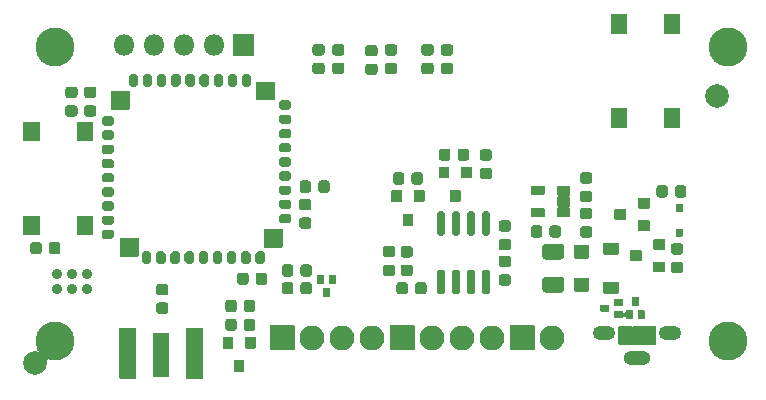
<source format=gbr>
G04 #@! TF.GenerationSoftware,KiCad,Pcbnew,5.99.0-unknown-acdfeee~88~ubuntu18.04.1*
G04 #@! TF.CreationDate,2020-05-13T21:49:14+03:00*
G04 #@! TF.ProjectId,LoRaNode,4c6f5261-4e6f-4646-952e-6b696361645f,1.1*
G04 #@! TF.SameCoordinates,Original*
G04 #@! TF.FileFunction,Soldermask,Top*
G04 #@! TF.FilePolarity,Negative*
%FSLAX46Y46*%
G04 Gerber Fmt 4.6, Leading zero omitted, Abs format (unit mm)*
G04 Created by KiCad (PCBNEW 5.99.0-unknown-acdfeee~88~ubuntu18.04.1) date 2020-05-13 21:49:14*
%MOMM*%
%LPD*%
G01*
G04 APERTURE LIST*
%ADD10O,1.802000X1.802000*%
%ADD11O,2.100980X2.100980*%
%ADD12O,1.902000X1.202000*%
%ADD13O,2.302000X1.202000*%
%ADD14C,2.000000*%
%ADD15C,3.302000*%
%ADD16C,0.889400*%
G04 APERTURE END LIST*
G36*
G01*
X103130000Y-113899000D02*
X104830000Y-113899000D01*
G75*
G02*
X104881000Y-113950000I0J-51000D01*
G01*
X104881000Y-115650000D01*
G75*
G02*
X104830000Y-115701000I-51000J0D01*
G01*
X103130000Y-115701000D01*
G75*
G02*
X103079000Y-115650000I0J51000D01*
G01*
X103079000Y-113950000D01*
G75*
G02*
X103130000Y-113899000I51000J0D01*
G01*
G37*
D10*
X101440000Y-114800000D03*
X98900000Y-114800000D03*
X96360000Y-114800000D03*
X93820000Y-114800000D03*
D11*
X130120000Y-139600000D03*
G36*
G01*
X126529510Y-140599490D02*
X126529510Y-138600510D01*
G75*
G02*
X126580510Y-138549510I51000J0D01*
G01*
X128579490Y-138549510D01*
G75*
G02*
X128630490Y-138600510I0J-51000D01*
G01*
X128630490Y-140599490D01*
G75*
G02*
X128579490Y-140650490I-51000J0D01*
G01*
X126580510Y-140650490D01*
G75*
G02*
X126529510Y-140599490I0J51000D01*
G01*
G37*
G36*
G01*
X96818250Y-136599000D02*
X97381750Y-136599000D01*
G75*
G02*
X97626000Y-136843250I0J-244250D01*
G01*
X97626000Y-137331750D01*
G75*
G02*
X97381750Y-137576000I-244250J0D01*
G01*
X96818250Y-137576000D01*
G75*
G02*
X96574000Y-137331750I0J244250D01*
G01*
X96574000Y-136843250D01*
G75*
G02*
X96818250Y-136599000I244250J0D01*
G01*
G37*
G36*
G01*
X96818250Y-135024000D02*
X97381750Y-135024000D01*
G75*
G02*
X97626000Y-135268250I0J-244250D01*
G01*
X97626000Y-135756750D01*
G75*
G02*
X97381750Y-136001000I-244250J0D01*
G01*
X96818250Y-136001000D01*
G75*
G02*
X96574000Y-135756750I0J244250D01*
G01*
X96574000Y-135268250D01*
G75*
G02*
X96818250Y-135024000I244250J0D01*
G01*
G37*
X125040000Y-139600000D03*
G36*
G01*
X118470490Y-138600510D02*
X118470490Y-140599490D01*
G75*
G02*
X118419490Y-140650490I-51000J0D01*
G01*
X116420510Y-140650490D01*
G75*
G02*
X116369510Y-140599490I0J51000D01*
G01*
X116369510Y-138600510D01*
G75*
G02*
X116420510Y-138549510I51000J0D01*
G01*
X118419490Y-138549510D01*
G75*
G02*
X118470490Y-138600510I0J-51000D01*
G01*
G37*
X119960000Y-139600000D03*
X122500000Y-139600000D03*
X114880000Y-139600000D03*
G36*
G01*
X108310490Y-138600510D02*
X108310490Y-140599490D01*
G75*
G02*
X108259490Y-140650490I-51000J0D01*
G01*
X106260510Y-140650490D01*
G75*
G02*
X106209510Y-140599490I0J51000D01*
G01*
X106209510Y-138600510D01*
G75*
G02*
X106260510Y-138549510I51000J0D01*
G01*
X108259490Y-138549510D01*
G75*
G02*
X108310490Y-138600510I0J-51000D01*
G01*
G37*
X109800000Y-139600000D03*
X112340000Y-139600000D03*
G36*
G01*
X93026000Y-121039500D02*
X93026000Y-121440500D01*
G75*
G02*
X92825500Y-121641000I-200500J0D01*
G01*
X92174500Y-121641000D01*
G75*
G02*
X91974000Y-121440500I0J200500D01*
G01*
X91974000Y-121039500D01*
G75*
G02*
X92174500Y-120839000I200500J0D01*
G01*
X92825500Y-120839000D01*
G75*
G02*
X93026000Y-121039500I0J-200500D01*
G01*
G37*
G36*
G01*
X93026000Y-122239500D02*
X93026000Y-122640500D01*
G75*
G02*
X92825500Y-122841000I-200500J0D01*
G01*
X92174500Y-122841000D01*
G75*
G02*
X91974000Y-122640500I0J200500D01*
G01*
X91974000Y-122239500D01*
G75*
G02*
X92174500Y-122039000I200500J0D01*
G01*
X92825500Y-122039000D01*
G75*
G02*
X93026000Y-122239500I0J-200500D01*
G01*
G37*
G36*
G01*
X93026000Y-123439500D02*
X93026000Y-123840500D01*
G75*
G02*
X92825500Y-124041000I-200500J0D01*
G01*
X92174500Y-124041000D01*
G75*
G02*
X91974000Y-123840500I0J200500D01*
G01*
X91974000Y-123439500D01*
G75*
G02*
X92174500Y-123239000I200500J0D01*
G01*
X92825500Y-123239000D01*
G75*
G02*
X93026000Y-123439500I0J-200500D01*
G01*
G37*
G36*
G01*
X93026000Y-124639500D02*
X93026000Y-125040500D01*
G75*
G02*
X92825500Y-125241000I-200500J0D01*
G01*
X92174500Y-125241000D01*
G75*
G02*
X91974000Y-125040500I0J200500D01*
G01*
X91974000Y-124639500D01*
G75*
G02*
X92174500Y-124439000I200500J0D01*
G01*
X92825500Y-124439000D01*
G75*
G02*
X93026000Y-124639500I0J-200500D01*
G01*
G37*
G36*
G01*
X93026000Y-125839500D02*
X93026000Y-126240500D01*
G75*
G02*
X92825500Y-126441000I-200500J0D01*
G01*
X92174500Y-126441000D01*
G75*
G02*
X91974000Y-126240500I0J200500D01*
G01*
X91974000Y-125839500D01*
G75*
G02*
X92174500Y-125639000I200500J0D01*
G01*
X92825500Y-125639000D01*
G75*
G02*
X93026000Y-125839500I0J-200500D01*
G01*
G37*
G36*
G01*
X93026000Y-127039500D02*
X93026000Y-127440500D01*
G75*
G02*
X92825500Y-127641000I-200500J0D01*
G01*
X92174500Y-127641000D01*
G75*
G02*
X91974000Y-127440500I0J200500D01*
G01*
X91974000Y-127039500D01*
G75*
G02*
X92174500Y-126839000I200500J0D01*
G01*
X92825500Y-126839000D01*
G75*
G02*
X93026000Y-127039500I0J-200500D01*
G01*
G37*
G36*
G01*
X93026000Y-128239500D02*
X93026000Y-128640500D01*
G75*
G02*
X92825500Y-128841000I-200500J0D01*
G01*
X92174500Y-128841000D01*
G75*
G02*
X91974000Y-128640500I0J200500D01*
G01*
X91974000Y-128239500D01*
G75*
G02*
X92174500Y-128039000I200500J0D01*
G01*
X92825500Y-128039000D01*
G75*
G02*
X93026000Y-128239500I0J-200500D01*
G01*
G37*
G36*
G01*
X93026000Y-129439500D02*
X93026000Y-129840500D01*
G75*
G02*
X92825500Y-130041000I-200500J0D01*
G01*
X92174500Y-130041000D01*
G75*
G02*
X91974000Y-129840500I0J200500D01*
G01*
X91974000Y-129439500D01*
G75*
G02*
X92174500Y-129239000I200500J0D01*
G01*
X92825500Y-129239000D01*
G75*
G02*
X93026000Y-129439500I0J-200500D01*
G01*
G37*
G36*
G01*
X93026000Y-130639500D02*
X93026000Y-131040500D01*
G75*
G02*
X92825500Y-131241000I-200500J0D01*
G01*
X92174500Y-131241000D01*
G75*
G02*
X91974000Y-131040500I0J200500D01*
G01*
X91974000Y-130639500D01*
G75*
G02*
X92174500Y-130439000I200500J0D01*
G01*
X92825500Y-130439000D01*
G75*
G02*
X93026000Y-130639500I0J-200500D01*
G01*
G37*
G36*
G01*
X104049500Y-117274000D02*
X104450500Y-117274000D01*
G75*
G02*
X104651000Y-117474500I0J-200500D01*
G01*
X104651000Y-118125500D01*
G75*
G02*
X104450500Y-118326000I-200500J0D01*
G01*
X104049500Y-118326000D01*
G75*
G02*
X103849000Y-118125500I0J200500D01*
G01*
X103849000Y-117474500D01*
G75*
G02*
X104049500Y-117274000I200500J0D01*
G01*
G37*
G36*
G01*
X102849500Y-117274000D02*
X103250500Y-117274000D01*
G75*
G02*
X103451000Y-117474500I0J-200500D01*
G01*
X103451000Y-118125500D01*
G75*
G02*
X103250500Y-118326000I-200500J0D01*
G01*
X102849500Y-118326000D01*
G75*
G02*
X102649000Y-118125500I0J200500D01*
G01*
X102649000Y-117474500D01*
G75*
G02*
X102849500Y-117274000I200500J0D01*
G01*
G37*
G36*
G01*
X101649500Y-117274000D02*
X102050500Y-117274000D01*
G75*
G02*
X102251000Y-117474500I0J-200500D01*
G01*
X102251000Y-118125500D01*
G75*
G02*
X102050500Y-118326000I-200500J0D01*
G01*
X101649500Y-118326000D01*
G75*
G02*
X101449000Y-118125500I0J200500D01*
G01*
X101449000Y-117474500D01*
G75*
G02*
X101649500Y-117274000I200500J0D01*
G01*
G37*
G36*
G01*
X100449500Y-117274000D02*
X100850500Y-117274000D01*
G75*
G02*
X101051000Y-117474500I0J-200500D01*
G01*
X101051000Y-118125500D01*
G75*
G02*
X100850500Y-118326000I-200500J0D01*
G01*
X100449500Y-118326000D01*
G75*
G02*
X100249000Y-118125500I0J200500D01*
G01*
X100249000Y-117474500D01*
G75*
G02*
X100449500Y-117274000I200500J0D01*
G01*
G37*
G36*
G01*
X99249500Y-117274000D02*
X99650500Y-117274000D01*
G75*
G02*
X99851000Y-117474500I0J-200500D01*
G01*
X99851000Y-118125500D01*
G75*
G02*
X99650500Y-118326000I-200500J0D01*
G01*
X99249500Y-118326000D01*
G75*
G02*
X99049000Y-118125500I0J200500D01*
G01*
X99049000Y-117474500D01*
G75*
G02*
X99249500Y-117274000I200500J0D01*
G01*
G37*
G36*
G01*
X98049500Y-117274000D02*
X98450500Y-117274000D01*
G75*
G02*
X98651000Y-117474500I0J-200500D01*
G01*
X98651000Y-118125500D01*
G75*
G02*
X98450500Y-118326000I-200500J0D01*
G01*
X98049500Y-118326000D01*
G75*
G02*
X97849000Y-118125500I0J200500D01*
G01*
X97849000Y-117474500D01*
G75*
G02*
X98049500Y-117274000I200500J0D01*
G01*
G37*
G36*
G01*
X96849500Y-117274000D02*
X97250500Y-117274000D01*
G75*
G02*
X97451000Y-117474500I0J-200500D01*
G01*
X97451000Y-118125500D01*
G75*
G02*
X97250500Y-118326000I-200500J0D01*
G01*
X96849500Y-118326000D01*
G75*
G02*
X96649000Y-118125500I0J200500D01*
G01*
X96649000Y-117474500D01*
G75*
G02*
X96849500Y-117274000I200500J0D01*
G01*
G37*
G36*
G01*
X95649500Y-117274000D02*
X96050500Y-117274000D01*
G75*
G02*
X96251000Y-117474500I0J-200500D01*
G01*
X96251000Y-118125500D01*
G75*
G02*
X96050500Y-118326000I-200500J0D01*
G01*
X95649500Y-118326000D01*
G75*
G02*
X95449000Y-118125500I0J200500D01*
G01*
X95449000Y-117474500D01*
G75*
G02*
X95649500Y-117274000I200500J0D01*
G01*
G37*
G36*
G01*
X94449500Y-117274000D02*
X94850500Y-117274000D01*
G75*
G02*
X95051000Y-117474500I0J-200500D01*
G01*
X95051000Y-118125500D01*
G75*
G02*
X94850500Y-118326000I-200500J0D01*
G01*
X94449500Y-118326000D01*
G75*
G02*
X94249000Y-118125500I0J200500D01*
G01*
X94249000Y-117474500D01*
G75*
G02*
X94449500Y-117274000I200500J0D01*
G01*
G37*
G36*
G01*
X108026000Y-119699500D02*
X108026000Y-120100500D01*
G75*
G02*
X107825500Y-120301000I-200500J0D01*
G01*
X107174500Y-120301000D01*
G75*
G02*
X106974000Y-120100500I0J200500D01*
G01*
X106974000Y-119699500D01*
G75*
G02*
X107174500Y-119499000I200500J0D01*
G01*
X107825500Y-119499000D01*
G75*
G02*
X108026000Y-119699500I0J-200500D01*
G01*
G37*
G36*
G01*
X108026000Y-120899500D02*
X108026000Y-121300500D01*
G75*
G02*
X107825500Y-121501000I-200500J0D01*
G01*
X107174500Y-121501000D01*
G75*
G02*
X106974000Y-121300500I0J200500D01*
G01*
X106974000Y-120899500D01*
G75*
G02*
X107174500Y-120699000I200500J0D01*
G01*
X107825500Y-120699000D01*
G75*
G02*
X108026000Y-120899500I0J-200500D01*
G01*
G37*
G36*
G01*
X108026000Y-122099500D02*
X108026000Y-122500500D01*
G75*
G02*
X107825500Y-122701000I-200500J0D01*
G01*
X107174500Y-122701000D01*
G75*
G02*
X106974000Y-122500500I0J200500D01*
G01*
X106974000Y-122099500D01*
G75*
G02*
X107174500Y-121899000I200500J0D01*
G01*
X107825500Y-121899000D01*
G75*
G02*
X108026000Y-122099500I0J-200500D01*
G01*
G37*
G36*
G01*
X108026000Y-123299500D02*
X108026000Y-123700500D01*
G75*
G02*
X107825500Y-123901000I-200500J0D01*
G01*
X107174500Y-123901000D01*
G75*
G02*
X106974000Y-123700500I0J200500D01*
G01*
X106974000Y-123299500D01*
G75*
G02*
X107174500Y-123099000I200500J0D01*
G01*
X107825500Y-123099000D01*
G75*
G02*
X108026000Y-123299500I0J-200500D01*
G01*
G37*
G36*
G01*
X108026000Y-124499500D02*
X108026000Y-124900500D01*
G75*
G02*
X107825500Y-125101000I-200500J0D01*
G01*
X107174500Y-125101000D01*
G75*
G02*
X106974000Y-124900500I0J200500D01*
G01*
X106974000Y-124499500D01*
G75*
G02*
X107174500Y-124299000I200500J0D01*
G01*
X107825500Y-124299000D01*
G75*
G02*
X108026000Y-124499500I0J-200500D01*
G01*
G37*
G36*
G01*
X108026000Y-125699500D02*
X108026000Y-126100500D01*
G75*
G02*
X107825500Y-126301000I-200500J0D01*
G01*
X107174500Y-126301000D01*
G75*
G02*
X106974000Y-126100500I0J200500D01*
G01*
X106974000Y-125699500D01*
G75*
G02*
X107174500Y-125499000I200500J0D01*
G01*
X107825500Y-125499000D01*
G75*
G02*
X108026000Y-125699500I0J-200500D01*
G01*
G37*
G36*
G01*
X108026000Y-126899500D02*
X108026000Y-127300500D01*
G75*
G02*
X107825500Y-127501000I-200500J0D01*
G01*
X107174500Y-127501000D01*
G75*
G02*
X106974000Y-127300500I0J200500D01*
G01*
X106974000Y-126899500D01*
G75*
G02*
X107174500Y-126699000I200500J0D01*
G01*
X107825500Y-126699000D01*
G75*
G02*
X108026000Y-126899500I0J-200500D01*
G01*
G37*
G36*
G01*
X108026000Y-128099500D02*
X108026000Y-128500500D01*
G75*
G02*
X107825500Y-128701000I-200500J0D01*
G01*
X107174500Y-128701000D01*
G75*
G02*
X106974000Y-128500500I0J200500D01*
G01*
X106974000Y-128099500D01*
G75*
G02*
X107174500Y-127899000I200500J0D01*
G01*
X107825500Y-127899000D01*
G75*
G02*
X108026000Y-128099500I0J-200500D01*
G01*
G37*
G36*
G01*
X108026000Y-129299500D02*
X108026000Y-129700500D01*
G75*
G02*
X107825500Y-129901000I-200500J0D01*
G01*
X107174500Y-129901000D01*
G75*
G02*
X106974000Y-129700500I0J200500D01*
G01*
X106974000Y-129299500D01*
G75*
G02*
X107174500Y-129099000I200500J0D01*
G01*
X107825500Y-129099000D01*
G75*
G02*
X108026000Y-129299500I0J-200500D01*
G01*
G37*
G36*
G01*
X105580500Y-133326000D02*
X105179500Y-133326000D01*
G75*
G02*
X104979000Y-133125500I0J200500D01*
G01*
X104979000Y-132474500D01*
G75*
G02*
X105179500Y-132274000I200500J0D01*
G01*
X105580500Y-132274000D01*
G75*
G02*
X105781000Y-132474500I0J-200500D01*
G01*
X105781000Y-133125500D01*
G75*
G02*
X105580500Y-133326000I-200500J0D01*
G01*
G37*
G36*
G01*
X104380500Y-133326000D02*
X103979500Y-133326000D01*
G75*
G02*
X103779000Y-133125500I0J200500D01*
G01*
X103779000Y-132474500D01*
G75*
G02*
X103979500Y-132274000I200500J0D01*
G01*
X104380500Y-132274000D01*
G75*
G02*
X104581000Y-132474500I0J-200500D01*
G01*
X104581000Y-133125500D01*
G75*
G02*
X104380500Y-133326000I-200500J0D01*
G01*
G37*
G36*
G01*
X103180500Y-133326000D02*
X102779500Y-133326000D01*
G75*
G02*
X102579000Y-133125500I0J200500D01*
G01*
X102579000Y-132474500D01*
G75*
G02*
X102779500Y-132274000I200500J0D01*
G01*
X103180500Y-132274000D01*
G75*
G02*
X103381000Y-132474500I0J-200500D01*
G01*
X103381000Y-133125500D01*
G75*
G02*
X103180500Y-133326000I-200500J0D01*
G01*
G37*
G36*
G01*
X101980500Y-133326000D02*
X101579500Y-133326000D01*
G75*
G02*
X101379000Y-133125500I0J200500D01*
G01*
X101379000Y-132474500D01*
G75*
G02*
X101579500Y-132274000I200500J0D01*
G01*
X101980500Y-132274000D01*
G75*
G02*
X102181000Y-132474500I0J-200500D01*
G01*
X102181000Y-133125500D01*
G75*
G02*
X101980500Y-133326000I-200500J0D01*
G01*
G37*
G36*
G01*
X100780500Y-133326000D02*
X100379500Y-133326000D01*
G75*
G02*
X100179000Y-133125500I0J200500D01*
G01*
X100179000Y-132474500D01*
G75*
G02*
X100379500Y-132274000I200500J0D01*
G01*
X100780500Y-132274000D01*
G75*
G02*
X100981000Y-132474500I0J-200500D01*
G01*
X100981000Y-133125500D01*
G75*
G02*
X100780500Y-133326000I-200500J0D01*
G01*
G37*
G36*
G01*
X99580500Y-133326000D02*
X99179500Y-133326000D01*
G75*
G02*
X98979000Y-133125500I0J200500D01*
G01*
X98979000Y-132474500D01*
G75*
G02*
X99179500Y-132274000I200500J0D01*
G01*
X99580500Y-132274000D01*
G75*
G02*
X99781000Y-132474500I0J-200500D01*
G01*
X99781000Y-133125500D01*
G75*
G02*
X99580500Y-133326000I-200500J0D01*
G01*
G37*
G36*
G01*
X98380500Y-133326000D02*
X97979500Y-133326000D01*
G75*
G02*
X97779000Y-133125500I0J200500D01*
G01*
X97779000Y-132474500D01*
G75*
G02*
X97979500Y-132274000I200500J0D01*
G01*
X98380500Y-132274000D01*
G75*
G02*
X98581000Y-132474500I0J-200500D01*
G01*
X98581000Y-133125500D01*
G75*
G02*
X98380500Y-133326000I-200500J0D01*
G01*
G37*
G36*
G01*
X97180500Y-133326000D02*
X96779500Y-133326000D01*
G75*
G02*
X96579000Y-133125500I0J200500D01*
G01*
X96579000Y-132474500D01*
G75*
G02*
X96779500Y-132274000I200500J0D01*
G01*
X97180500Y-132274000D01*
G75*
G02*
X97381000Y-132474500I0J-200500D01*
G01*
X97381000Y-133125500D01*
G75*
G02*
X97180500Y-133326000I-200500J0D01*
G01*
G37*
G36*
G01*
X95980500Y-133326000D02*
X95579500Y-133326000D01*
G75*
G02*
X95379000Y-133125500I0J200500D01*
G01*
X95379000Y-132474500D01*
G75*
G02*
X95579500Y-132274000I200500J0D01*
G01*
X95980500Y-132274000D01*
G75*
G02*
X96181000Y-132474500I0J-200500D01*
G01*
X96181000Y-133125500D01*
G75*
G02*
X95980500Y-133326000I-200500J0D01*
G01*
G37*
G36*
G01*
X107230000Y-131951000D02*
X105730000Y-131951000D01*
G75*
G02*
X105679000Y-131900000I0J51000D01*
G01*
X105679000Y-130400000D01*
G75*
G02*
X105730000Y-130349000I51000J0D01*
G01*
X107230000Y-130349000D01*
G75*
G02*
X107281000Y-130400000I0J-51000D01*
G01*
X107281000Y-131900000D01*
G75*
G02*
X107230000Y-131951000I-51000J0D01*
G01*
G37*
G36*
G01*
X106600000Y-119501000D02*
X105100000Y-119501000D01*
G75*
G02*
X105049000Y-119450000I0J51000D01*
G01*
X105049000Y-117950000D01*
G75*
G02*
X105100000Y-117899000I51000J0D01*
G01*
X106600000Y-117899000D01*
G75*
G02*
X106651000Y-117950000I0J-51000D01*
G01*
X106651000Y-119450000D01*
G75*
G02*
X106600000Y-119501000I-51000J0D01*
G01*
G37*
G36*
G01*
X94280000Y-120271000D02*
X92780000Y-120271000D01*
G75*
G02*
X92729000Y-120220000I0J51000D01*
G01*
X92729000Y-118720000D01*
G75*
G02*
X92780000Y-118669000I51000J0D01*
G01*
X94280000Y-118669000D01*
G75*
G02*
X94331000Y-118720000I0J-51000D01*
G01*
X94331000Y-120220000D01*
G75*
G02*
X94280000Y-120271000I-51000J0D01*
G01*
G37*
G36*
G01*
X95040000Y-132711000D02*
X93540000Y-132711000D01*
G75*
G02*
X93489000Y-132660000I0J51000D01*
G01*
X93489000Y-131160000D01*
G75*
G02*
X93540000Y-131109000I51000J0D01*
G01*
X95040000Y-131109000D01*
G75*
G02*
X95091000Y-131160000I0J-51000D01*
G01*
X95091000Y-132660000D01*
G75*
G02*
X95040000Y-132711000I-51000J0D01*
G01*
G37*
G36*
G01*
X137024000Y-140150000D02*
X137024000Y-138650000D01*
G75*
G02*
X137075000Y-138599000I51000J0D01*
G01*
X137525000Y-138599000D01*
G75*
G02*
X137576000Y-138650000I0J-51000D01*
G01*
X137576000Y-140150000D01*
G75*
G02*
X137525000Y-140201000I-51000J0D01*
G01*
X137075000Y-140201000D01*
G75*
G02*
X137024000Y-140150000I0J51000D01*
G01*
G37*
G36*
G01*
X137674000Y-140150000D02*
X137674000Y-138650000D01*
G75*
G02*
X137725000Y-138599000I51000J0D01*
G01*
X138175000Y-138599000D01*
G75*
G02*
X138226000Y-138650000I0J-51000D01*
G01*
X138226000Y-140150000D01*
G75*
G02*
X138175000Y-140201000I-51000J0D01*
G01*
X137725000Y-140201000D01*
G75*
G02*
X137674000Y-140150000I0J51000D01*
G01*
G37*
G36*
G01*
X136374000Y-140150000D02*
X136374000Y-138650000D01*
G75*
G02*
X136425000Y-138599000I51000J0D01*
G01*
X136875000Y-138599000D01*
G75*
G02*
X136926000Y-138650000I0J-51000D01*
G01*
X136926000Y-140150000D01*
G75*
G02*
X136875000Y-140201000I-51000J0D01*
G01*
X136425000Y-140201000D01*
G75*
G02*
X136374000Y-140150000I0J51000D01*
G01*
G37*
G36*
G01*
X138324000Y-140150000D02*
X138324000Y-138650000D01*
G75*
G02*
X138375000Y-138599000I51000J0D01*
G01*
X138825000Y-138599000D01*
G75*
G02*
X138876000Y-138650000I0J-51000D01*
G01*
X138876000Y-140150000D01*
G75*
G02*
X138825000Y-140201000I-51000J0D01*
G01*
X138375000Y-140201000D01*
G75*
G02*
X138324000Y-140150000I0J51000D01*
G01*
G37*
G36*
G01*
X135724000Y-140150000D02*
X135724000Y-138650000D01*
G75*
G02*
X135775000Y-138599000I51000J0D01*
G01*
X136225000Y-138599000D01*
G75*
G02*
X136276000Y-138650000I0J-51000D01*
G01*
X136276000Y-140150000D01*
G75*
G02*
X136225000Y-140201000I-51000J0D01*
G01*
X135775000Y-140201000D01*
G75*
G02*
X135724000Y-140150000I0J51000D01*
G01*
G37*
D12*
X134500000Y-139150000D03*
X140100000Y-139150000D03*
D13*
X137300000Y-141300000D03*
D14*
X86300000Y-141700000D03*
X144100000Y-119100000D03*
G36*
G01*
X93449000Y-143000000D02*
X93449000Y-138800000D01*
G75*
G02*
X93500000Y-138749000I51000J0D01*
G01*
X94850000Y-138749000D01*
G75*
G02*
X94901000Y-138800000I0J-51000D01*
G01*
X94901000Y-143000000D01*
G75*
G02*
X94850000Y-143051000I-51000J0D01*
G01*
X93500000Y-143051000D01*
G75*
G02*
X93449000Y-143000000I0J51000D01*
G01*
G37*
G36*
G01*
X99099000Y-143000000D02*
X99099000Y-138800000D01*
G75*
G02*
X99150000Y-138749000I51000J0D01*
G01*
X100500000Y-138749000D01*
G75*
G02*
X100551000Y-138800000I0J-51000D01*
G01*
X100551000Y-143000000D01*
G75*
G02*
X100500000Y-143051000I-51000J0D01*
G01*
X99150000Y-143051000D01*
G75*
G02*
X99099000Y-143000000I0J51000D01*
G01*
G37*
G36*
G01*
X96314000Y-142900000D02*
X96314000Y-139200000D01*
G75*
G02*
X96365000Y-139149000I51000J0D01*
G01*
X97635000Y-139149000D01*
G75*
G02*
X97686000Y-139200000I0J-51000D01*
G01*
X97686000Y-142900000D01*
G75*
G02*
X97635000Y-142951000I-51000J0D01*
G01*
X96365000Y-142951000D01*
G75*
G02*
X96314000Y-142900000I0J51000D01*
G01*
G37*
G36*
G01*
X141105000Y-128951000D02*
X140655000Y-128951000D01*
G75*
G02*
X140604000Y-128900000I0J51000D01*
G01*
X140604000Y-128300000D01*
G75*
G02*
X140655000Y-128249000I51000J0D01*
G01*
X141105000Y-128249000D01*
G75*
G02*
X141156000Y-128300000I0J-51000D01*
G01*
X141156000Y-128900000D01*
G75*
G02*
X141105000Y-128951000I-51000J0D01*
G01*
G37*
G36*
G01*
X141105000Y-131051000D02*
X140655000Y-131051000D01*
G75*
G02*
X140604000Y-131000000I0J51000D01*
G01*
X140604000Y-130400000D01*
G75*
G02*
X140655000Y-130349000I51000J0D01*
G01*
X141105000Y-130349000D01*
G75*
G02*
X141156000Y-130400000I0J-51000D01*
G01*
X141156000Y-131000000D01*
G75*
G02*
X141105000Y-131051000I-51000J0D01*
G01*
G37*
G36*
G01*
X134480000Y-134849000D02*
X135680000Y-134849000D01*
G75*
G02*
X135731000Y-134900000I0J-51000D01*
G01*
X135731000Y-135800000D01*
G75*
G02*
X135680000Y-135851000I-51000J0D01*
G01*
X134480000Y-135851000D01*
G75*
G02*
X134429000Y-135800000I0J51000D01*
G01*
X134429000Y-134900000D01*
G75*
G02*
X134480000Y-134849000I51000J0D01*
G01*
G37*
G36*
G01*
X134480000Y-131549000D02*
X135680000Y-131549000D01*
G75*
G02*
X135731000Y-131600000I0J-51000D01*
G01*
X135731000Y-132500000D01*
G75*
G02*
X135680000Y-132551000I-51000J0D01*
G01*
X134480000Y-132551000D01*
G75*
G02*
X134429000Y-132500000I0J51000D01*
G01*
X134429000Y-131600000D01*
G75*
G02*
X134480000Y-131549000I51000J0D01*
G01*
G37*
G36*
G01*
X87499000Y-132281750D02*
X87499000Y-131718250D01*
G75*
G02*
X87743250Y-131474000I244250J0D01*
G01*
X88231750Y-131474000D01*
G75*
G02*
X88476000Y-131718250I0J-244250D01*
G01*
X88476000Y-132281750D01*
G75*
G02*
X88231750Y-132526000I-244250J0D01*
G01*
X87743250Y-132526000D01*
G75*
G02*
X87499000Y-132281750I0J244250D01*
G01*
G37*
G36*
G01*
X85924000Y-132281750D02*
X85924000Y-131718250D01*
G75*
G02*
X86168250Y-131474000I244250J0D01*
G01*
X86656750Y-131474000D01*
G75*
G02*
X86901000Y-131718250I0J-244250D01*
G01*
X86901000Y-132281750D01*
G75*
G02*
X86656750Y-132526000I-244250J0D01*
G01*
X86168250Y-132526000D01*
G75*
G02*
X85924000Y-132281750I0J244250D01*
G01*
G37*
G36*
G01*
X130855600Y-132976000D02*
X129544400Y-132976000D01*
G75*
G02*
X129274000Y-132705600I0J270400D01*
G01*
X129274000Y-131894400D01*
G75*
G02*
X129544400Y-131624000I270400J0D01*
G01*
X130855600Y-131624000D01*
G75*
G02*
X131126000Y-131894400I0J-270400D01*
G01*
X131126000Y-132705600D01*
G75*
G02*
X130855600Y-132976000I-270400J0D01*
G01*
G37*
G36*
G01*
X130855600Y-135776000D02*
X129544400Y-135776000D01*
G75*
G02*
X129274000Y-135505600I0J270400D01*
G01*
X129274000Y-134694400D01*
G75*
G02*
X129544400Y-134424000I270400J0D01*
G01*
X130855600Y-134424000D01*
G75*
G02*
X131126000Y-134694400I0J-270400D01*
G01*
X131126000Y-135505600D01*
G75*
G02*
X130855600Y-135776000I-270400J0D01*
G01*
G37*
G36*
G01*
X139901000Y-126918250D02*
X139901000Y-127481750D01*
G75*
G02*
X139656750Y-127726000I-244250J0D01*
G01*
X139168250Y-127726000D01*
G75*
G02*
X138924000Y-127481750I0J244250D01*
G01*
X138924000Y-126918250D01*
G75*
G02*
X139168250Y-126674000I244250J0D01*
G01*
X139656750Y-126674000D01*
G75*
G02*
X139901000Y-126918250I0J-244250D01*
G01*
G37*
G36*
G01*
X141476000Y-126918250D02*
X141476000Y-127481750D01*
G75*
G02*
X141231750Y-127726000I-244250J0D01*
G01*
X140743250Y-127726000D01*
G75*
G02*
X140499000Y-127481750I0J244250D01*
G01*
X140499000Y-126918250D01*
G75*
G02*
X140743250Y-126674000I244250J0D01*
G01*
X141231750Y-126674000D01*
G75*
G02*
X141476000Y-126918250I0J-244250D01*
G01*
G37*
G36*
G01*
X140398250Y-133149000D02*
X140961750Y-133149000D01*
G75*
G02*
X141206000Y-133393250I0J-244250D01*
G01*
X141206000Y-133881750D01*
G75*
G02*
X140961750Y-134126000I-244250J0D01*
G01*
X140398250Y-134126000D01*
G75*
G02*
X140154000Y-133881750I0J244250D01*
G01*
X140154000Y-133393250D01*
G75*
G02*
X140398250Y-133149000I244250J0D01*
G01*
G37*
G36*
G01*
X140398250Y-131574000D02*
X140961750Y-131574000D01*
G75*
G02*
X141206000Y-131818250I0J-244250D01*
G01*
X141206000Y-132306750D01*
G75*
G02*
X140961750Y-132551000I-244250J0D01*
G01*
X140398250Y-132551000D01*
G75*
G02*
X140154000Y-132306750I0J244250D01*
G01*
X140154000Y-131818250D01*
G75*
G02*
X140398250Y-131574000I244250J0D01*
G01*
G37*
G36*
G01*
X136381000Y-128750000D02*
X136381000Y-129550000D01*
G75*
G02*
X136330000Y-129601000I-51000J0D01*
G01*
X135430000Y-129601000D01*
G75*
G02*
X135379000Y-129550000I0J51000D01*
G01*
X135379000Y-128750000D01*
G75*
G02*
X135430000Y-128699000I51000J0D01*
G01*
X136330000Y-128699000D01*
G75*
G02*
X136381000Y-128750000I0J-51000D01*
G01*
G37*
G36*
G01*
X138381000Y-127800000D02*
X138381000Y-128600000D01*
G75*
G02*
X138330000Y-128651000I-51000J0D01*
G01*
X137430000Y-128651000D01*
G75*
G02*
X137379000Y-128600000I0J51000D01*
G01*
X137379000Y-127800000D01*
G75*
G02*
X137430000Y-127749000I51000J0D01*
G01*
X138330000Y-127749000D01*
G75*
G02*
X138381000Y-127800000I0J-51000D01*
G01*
G37*
G36*
G01*
X138381000Y-129700000D02*
X138381000Y-130500000D01*
G75*
G02*
X138330000Y-130551000I-51000J0D01*
G01*
X137430000Y-130551000D01*
G75*
G02*
X137379000Y-130500000I0J51000D01*
G01*
X137379000Y-129700000D01*
G75*
G02*
X137430000Y-129649000I51000J0D01*
G01*
X138330000Y-129649000D01*
G75*
G02*
X138381000Y-129700000I0J-51000D01*
G01*
G37*
G36*
G01*
X137681000Y-132250000D02*
X137681000Y-133050000D01*
G75*
G02*
X137630000Y-133101000I-51000J0D01*
G01*
X136730000Y-133101000D01*
G75*
G02*
X136679000Y-133050000I0J51000D01*
G01*
X136679000Y-132250000D01*
G75*
G02*
X136730000Y-132199000I51000J0D01*
G01*
X137630000Y-132199000D01*
G75*
G02*
X137681000Y-132250000I0J-51000D01*
G01*
G37*
G36*
G01*
X139681000Y-131300000D02*
X139681000Y-132100000D01*
G75*
G02*
X139630000Y-132151000I-51000J0D01*
G01*
X138730000Y-132151000D01*
G75*
G02*
X138679000Y-132100000I0J51000D01*
G01*
X138679000Y-131300000D01*
G75*
G02*
X138730000Y-131249000I51000J0D01*
G01*
X139630000Y-131249000D01*
G75*
G02*
X139681000Y-131300000I0J-51000D01*
G01*
G37*
G36*
G01*
X139681000Y-133200000D02*
X139681000Y-134000000D01*
G75*
G02*
X139630000Y-134051000I-51000J0D01*
G01*
X138730000Y-134051000D01*
G75*
G02*
X138679000Y-134000000I0J51000D01*
G01*
X138679000Y-133200000D01*
G75*
G02*
X138730000Y-133149000I51000J0D01*
G01*
X139630000Y-133149000D01*
G75*
G02*
X139681000Y-133200000I0J-51000D01*
G01*
G37*
G36*
G01*
X132050000Y-134499000D02*
X133150000Y-134499000D01*
G75*
G02*
X133201000Y-134550000I0J-51000D01*
G01*
X133201000Y-135650000D01*
G75*
G02*
X133150000Y-135701000I-51000J0D01*
G01*
X132050000Y-135701000D01*
G75*
G02*
X131999000Y-135650000I0J51000D01*
G01*
X131999000Y-134550000D01*
G75*
G02*
X132050000Y-134499000I51000J0D01*
G01*
G37*
G36*
G01*
X132050000Y-131699000D02*
X133150000Y-131699000D01*
G75*
G02*
X133201000Y-131750000I0J-51000D01*
G01*
X133201000Y-132850000D01*
G75*
G02*
X133150000Y-132901000I-51000J0D01*
G01*
X132050000Y-132901000D01*
G75*
G02*
X131999000Y-132850000I0J51000D01*
G01*
X131999000Y-131750000D01*
G75*
G02*
X132050000Y-131699000I51000J0D01*
G01*
G37*
G36*
G01*
X137349000Y-137976584D02*
X137349000Y-137316584D01*
G75*
G02*
X137400000Y-137265584I51000J0D01*
G01*
X137900000Y-137265584D01*
G75*
G02*
X137951000Y-137316584I0J-51000D01*
G01*
X137951000Y-137976584D01*
G75*
G02*
X137900000Y-138027584I-51000J0D01*
G01*
X137400000Y-138027584D01*
G75*
G02*
X137349000Y-137976584I0J51000D01*
G01*
G37*
G36*
G01*
X136349000Y-137976584D02*
X136349000Y-137316584D01*
G75*
G02*
X136400000Y-137265584I51000J0D01*
G01*
X136900000Y-137265584D01*
G75*
G02*
X136951000Y-137316584I0J-51000D01*
G01*
X136951000Y-137976584D01*
G75*
G02*
X136900000Y-138027584I-51000J0D01*
G01*
X136400000Y-138027584D01*
G75*
G02*
X136349000Y-137976584I0J51000D01*
G01*
G37*
G36*
G01*
X136849000Y-136836584D02*
X136849000Y-136176584D01*
G75*
G02*
X136900000Y-136125584I51000J0D01*
G01*
X137400000Y-136125584D01*
G75*
G02*
X137451000Y-136176584I0J-51000D01*
G01*
X137451000Y-136836584D01*
G75*
G02*
X137400000Y-136887584I-51000J0D01*
G01*
X136900000Y-136887584D01*
G75*
G02*
X136849000Y-136836584I0J51000D01*
G01*
G37*
G36*
G01*
X124781750Y-124601000D02*
X124218250Y-124601000D01*
G75*
G02*
X123974000Y-124356750I0J244250D01*
G01*
X123974000Y-123868250D01*
G75*
G02*
X124218250Y-123624000I244250J0D01*
G01*
X124781750Y-123624000D01*
G75*
G02*
X125026000Y-123868250I0J-244250D01*
G01*
X125026000Y-124356750D01*
G75*
G02*
X124781750Y-124601000I-244250J0D01*
G01*
G37*
G36*
G01*
X124781750Y-126176000D02*
X124218250Y-126176000D01*
G75*
G02*
X123974000Y-125931750I0J244250D01*
G01*
X123974000Y-125443250D01*
G75*
G02*
X124218250Y-125199000I244250J0D01*
G01*
X124781750Y-125199000D01*
G75*
G02*
X125026000Y-125443250I0J-244250D01*
G01*
X125026000Y-125931750D01*
G75*
G02*
X124781750Y-126176000I-244250J0D01*
G01*
G37*
G36*
G01*
X110801000Y-134300000D02*
X110801000Y-134960000D01*
G75*
G02*
X110750000Y-135011000I-51000J0D01*
G01*
X110250000Y-135011000D01*
G75*
G02*
X110199000Y-134960000I0J51000D01*
G01*
X110199000Y-134300000D01*
G75*
G02*
X110250000Y-134249000I51000J0D01*
G01*
X110750000Y-134249000D01*
G75*
G02*
X110801000Y-134300000I0J-51000D01*
G01*
G37*
G36*
G01*
X111801000Y-134300000D02*
X111801000Y-134960000D01*
G75*
G02*
X111750000Y-135011000I-51000J0D01*
G01*
X111250000Y-135011000D01*
G75*
G02*
X111199000Y-134960000I0J51000D01*
G01*
X111199000Y-134300000D01*
G75*
G02*
X111250000Y-134249000I51000J0D01*
G01*
X111750000Y-134249000D01*
G75*
G02*
X111801000Y-134300000I0J-51000D01*
G01*
G37*
G36*
G01*
X111301000Y-135440000D02*
X111301000Y-136100000D01*
G75*
G02*
X111250000Y-136151000I-51000J0D01*
G01*
X110750000Y-136151000D01*
G75*
G02*
X110699000Y-136100000I0J51000D01*
G01*
X110699000Y-135440000D01*
G75*
G02*
X110750000Y-135389000I51000J0D01*
G01*
X111250000Y-135389000D01*
G75*
G02*
X111301000Y-135440000I0J-51000D01*
G01*
G37*
G36*
G01*
X121500000Y-127099000D02*
X122300000Y-127099000D01*
G75*
G02*
X122351000Y-127150000I0J-51000D01*
G01*
X122351000Y-128050000D01*
G75*
G02*
X122300000Y-128101000I-51000J0D01*
G01*
X121500000Y-128101000D01*
G75*
G02*
X121449000Y-128050000I0J51000D01*
G01*
X121449000Y-127150000D01*
G75*
G02*
X121500000Y-127099000I51000J0D01*
G01*
G37*
G36*
G01*
X120550000Y-125099000D02*
X121350000Y-125099000D01*
G75*
G02*
X121401000Y-125150000I0J-51000D01*
G01*
X121401000Y-126050000D01*
G75*
G02*
X121350000Y-126101000I-51000J0D01*
G01*
X120550000Y-126101000D01*
G75*
G02*
X120499000Y-126050000I0J51000D01*
G01*
X120499000Y-125150000D01*
G75*
G02*
X120550000Y-125099000I51000J0D01*
G01*
G37*
G36*
G01*
X122450000Y-125099000D02*
X123250000Y-125099000D01*
G75*
G02*
X123301000Y-125150000I0J-51000D01*
G01*
X123301000Y-126050000D01*
G75*
G02*
X123250000Y-126101000I-51000J0D01*
G01*
X122450000Y-126101000D01*
G75*
G02*
X122399000Y-126050000I0J51000D01*
G01*
X122399000Y-125150000D01*
G75*
G02*
X122450000Y-125099000I51000J0D01*
G01*
G37*
G36*
G01*
X131661000Y-128674999D02*
X131661000Y-129325001D01*
G75*
G02*
X131610001Y-129376000I-50999J0D01*
G01*
X130549999Y-129376000D01*
G75*
G02*
X130499000Y-129325001I0J50999D01*
G01*
X130499000Y-128674999D01*
G75*
G02*
X130549999Y-128624000I50999J0D01*
G01*
X131610001Y-128624000D01*
G75*
G02*
X131661000Y-128674999I0J-50999D01*
G01*
G37*
G36*
G01*
X131661000Y-127724999D02*
X131661000Y-128375001D01*
G75*
G02*
X131610001Y-128426000I-50999J0D01*
G01*
X130549999Y-128426000D01*
G75*
G02*
X130499000Y-128375001I0J50999D01*
G01*
X130499000Y-127724999D01*
G75*
G02*
X130549999Y-127674000I50999J0D01*
G01*
X131610001Y-127674000D01*
G75*
G02*
X131661000Y-127724999I0J-50999D01*
G01*
G37*
G36*
G01*
X131661000Y-126774999D02*
X131661000Y-127425001D01*
G75*
G02*
X131610001Y-127476000I-50999J0D01*
G01*
X130549999Y-127476000D01*
G75*
G02*
X130499000Y-127425001I0J50999D01*
G01*
X130499000Y-126774999D01*
G75*
G02*
X130549999Y-126724000I50999J0D01*
G01*
X131610001Y-126724000D01*
G75*
G02*
X131661000Y-126774999I0J-50999D01*
G01*
G37*
G36*
G01*
X129461000Y-126774999D02*
X129461000Y-127425001D01*
G75*
G02*
X129410001Y-127476000I-50999J0D01*
G01*
X128349999Y-127476000D01*
G75*
G02*
X128299000Y-127425001I0J50999D01*
G01*
X128299000Y-126774999D01*
G75*
G02*
X128349999Y-126724000I50999J0D01*
G01*
X129410001Y-126724000D01*
G75*
G02*
X129461000Y-126774999I0J-50999D01*
G01*
G37*
G36*
G01*
X129461000Y-128674999D02*
X129461000Y-129325001D01*
G75*
G02*
X129410001Y-129376000I-50999J0D01*
G01*
X128349999Y-129376000D01*
G75*
G02*
X128299000Y-129325001I0J50999D01*
G01*
X128299000Y-128674999D01*
G75*
G02*
X128349999Y-128624000I50999J0D01*
G01*
X129410001Y-128624000D01*
G75*
G02*
X129461000Y-128674999I0J-50999D01*
G01*
G37*
G36*
G01*
X121501000Y-123818250D02*
X121501000Y-124381750D01*
G75*
G02*
X121256750Y-124626000I-244250J0D01*
G01*
X120768250Y-124626000D01*
G75*
G02*
X120524000Y-124381750I0J244250D01*
G01*
X120524000Y-123818250D01*
G75*
G02*
X120768250Y-123574000I244250J0D01*
G01*
X121256750Y-123574000D01*
G75*
G02*
X121501000Y-123818250I0J-244250D01*
G01*
G37*
G36*
G01*
X123076000Y-123818250D02*
X123076000Y-124381750D01*
G75*
G02*
X122831750Y-124626000I-244250J0D01*
G01*
X122343250Y-124626000D01*
G75*
G02*
X122099000Y-124381750I0J244250D01*
G01*
X122099000Y-123818250D01*
G75*
G02*
X122343250Y-123574000I244250J0D01*
G01*
X122831750Y-123574000D01*
G75*
G02*
X123076000Y-123818250I0J-244250D01*
G01*
G37*
G36*
G01*
X119837335Y-115701000D02*
X119273835Y-115701000D01*
G75*
G02*
X119029585Y-115456750I0J244250D01*
G01*
X119029585Y-114968250D01*
G75*
G02*
X119273835Y-114724000I244250J0D01*
G01*
X119837335Y-114724000D01*
G75*
G02*
X120081585Y-114968250I0J-244250D01*
G01*
X120081585Y-115456750D01*
G75*
G02*
X119837335Y-115701000I-244250J0D01*
G01*
G37*
G36*
G01*
X119837335Y-117276000D02*
X119273835Y-117276000D01*
G75*
G02*
X119029585Y-117031750I0J244250D01*
G01*
X119029585Y-116543250D01*
G75*
G02*
X119273835Y-116299000I244250J0D01*
G01*
X119837335Y-116299000D01*
G75*
G02*
X120081585Y-116543250I0J-244250D01*
G01*
X120081585Y-117031750D01*
G75*
G02*
X119837335Y-117276000I-244250J0D01*
G01*
G37*
G36*
G01*
X110614635Y-115701000D02*
X110051135Y-115701000D01*
G75*
G02*
X109806885Y-115456750I0J244250D01*
G01*
X109806885Y-114968250D01*
G75*
G02*
X110051135Y-114724000I244250J0D01*
G01*
X110614635Y-114724000D01*
G75*
G02*
X110858885Y-114968250I0J-244250D01*
G01*
X110858885Y-115456750D01*
G75*
G02*
X110614635Y-115701000I-244250J0D01*
G01*
G37*
G36*
G01*
X110614635Y-117276000D02*
X110051135Y-117276000D01*
G75*
G02*
X109806885Y-117031750I0J244250D01*
G01*
X109806885Y-116543250D01*
G75*
G02*
X110051135Y-116299000I244250J0D01*
G01*
X110614635Y-116299000D01*
G75*
G02*
X110858885Y-116543250I0J-244250D01*
G01*
X110858885Y-117031750D01*
G75*
G02*
X110614635Y-117276000I-244250J0D01*
G01*
G37*
G36*
G01*
X115081886Y-115775626D02*
X114518386Y-115775626D01*
G75*
G02*
X114274136Y-115531376I0J244250D01*
G01*
X114274136Y-115042876D01*
G75*
G02*
X114518386Y-114798626I244250J0D01*
G01*
X115081886Y-114798626D01*
G75*
G02*
X115326136Y-115042876I0J-244250D01*
G01*
X115326136Y-115531376D01*
G75*
G02*
X115081886Y-115775626I-244250J0D01*
G01*
G37*
G36*
G01*
X115081886Y-117350626D02*
X114518386Y-117350626D01*
G75*
G02*
X114274136Y-117106376I0J244250D01*
G01*
X114274136Y-116617876D01*
G75*
G02*
X114518386Y-116373626I244250J0D01*
G01*
X115081886Y-116373626D01*
G75*
G02*
X115326136Y-116617876I0J-244250D01*
G01*
X115326136Y-117106376D01*
G75*
G02*
X115081886Y-117350626I-244250J0D01*
G01*
G37*
G36*
G01*
X120919284Y-116299000D02*
X121482784Y-116299000D01*
G75*
G02*
X121727034Y-116543250I0J-244250D01*
G01*
X121727034Y-117031750D01*
G75*
G02*
X121482784Y-117276000I-244250J0D01*
G01*
X120919284Y-117276000D01*
G75*
G02*
X120675034Y-117031750I0J244250D01*
G01*
X120675034Y-116543250D01*
G75*
G02*
X120919284Y-116299000I244250J0D01*
G01*
G37*
G36*
G01*
X120919284Y-114724000D02*
X121482784Y-114724000D01*
G75*
G02*
X121727034Y-114968250I0J-244250D01*
G01*
X121727034Y-115456750D01*
G75*
G02*
X121482784Y-115701000I-244250J0D01*
G01*
X120919284Y-115701000D01*
G75*
G02*
X120675034Y-115456750I0J244250D01*
G01*
X120675034Y-114968250D01*
G75*
G02*
X120919284Y-114724000I244250J0D01*
G01*
G37*
G36*
G01*
X111718250Y-116299000D02*
X112281750Y-116299000D01*
G75*
G02*
X112526000Y-116543250I0J-244250D01*
G01*
X112526000Y-117031750D01*
G75*
G02*
X112281750Y-117276000I-244250J0D01*
G01*
X111718250Y-117276000D01*
G75*
G02*
X111474000Y-117031750I0J244250D01*
G01*
X111474000Y-116543250D01*
G75*
G02*
X111718250Y-116299000I244250J0D01*
G01*
G37*
G36*
G01*
X111718250Y-114724000D02*
X112281750Y-114724000D01*
G75*
G02*
X112526000Y-114968250I0J-244250D01*
G01*
X112526000Y-115456750D01*
G75*
G02*
X112281750Y-115701000I-244250J0D01*
G01*
X111718250Y-115701000D01*
G75*
G02*
X111474000Y-115456750I0J244250D01*
G01*
X111474000Y-114968250D01*
G75*
G02*
X111718250Y-114724000I244250J0D01*
G01*
G37*
G36*
G01*
X116182078Y-116299000D02*
X116745578Y-116299000D01*
G75*
G02*
X116989828Y-116543250I0J-244250D01*
G01*
X116989828Y-117031750D01*
G75*
G02*
X116745578Y-117276000I-244250J0D01*
G01*
X116182078Y-117276000D01*
G75*
G02*
X115937828Y-117031750I0J244250D01*
G01*
X115937828Y-116543250D01*
G75*
G02*
X116182078Y-116299000I244250J0D01*
G01*
G37*
G36*
G01*
X116182078Y-114724000D02*
X116745578Y-114724000D01*
G75*
G02*
X116989828Y-114968250I0J-244250D01*
G01*
X116989828Y-115456750D01*
G75*
G02*
X116745578Y-115701000I-244250J0D01*
G01*
X116182078Y-115701000D01*
G75*
G02*
X115937828Y-115456750I0J244250D01*
G01*
X115937828Y-114968250D01*
G75*
G02*
X116182078Y-114724000I244250J0D01*
G01*
G37*
G36*
G01*
X108918250Y-129399000D02*
X109481750Y-129399000D01*
G75*
G02*
X109726000Y-129643250I0J-244250D01*
G01*
X109726000Y-130131750D01*
G75*
G02*
X109481750Y-130376000I-244250J0D01*
G01*
X108918250Y-130376000D01*
G75*
G02*
X108674000Y-130131750I0J244250D01*
G01*
X108674000Y-129643250D01*
G75*
G02*
X108918250Y-129399000I244250J0D01*
G01*
G37*
G36*
G01*
X108918250Y-127824000D02*
X109481750Y-127824000D01*
G75*
G02*
X109726000Y-128068250I0J-244250D01*
G01*
X109726000Y-128556750D01*
G75*
G02*
X109481750Y-128801000I-244250J0D01*
G01*
X108918250Y-128801000D01*
G75*
G02*
X108674000Y-128556750I0J244250D01*
G01*
X108674000Y-128068250D01*
G75*
G02*
X108918250Y-127824000I244250J0D01*
G01*
G37*
D15*
X88000000Y-139900000D03*
X88000000Y-115000000D03*
X145000000Y-139900000D03*
X145000000Y-115000000D03*
D16*
X90730000Y-135435000D03*
X89460000Y-135435000D03*
X88190000Y-135435000D03*
X88190000Y-134165000D03*
X89460000Y-134165000D03*
X90730000Y-134165000D03*
G36*
G01*
X117518250Y-133399000D02*
X118081750Y-133399000D01*
G75*
G02*
X118326000Y-133643250I0J-244250D01*
G01*
X118326000Y-134131750D01*
G75*
G02*
X118081750Y-134376000I-244250J0D01*
G01*
X117518250Y-134376000D01*
G75*
G02*
X117274000Y-134131750I0J244250D01*
G01*
X117274000Y-133643250D01*
G75*
G02*
X117518250Y-133399000I244250J0D01*
G01*
G37*
G36*
G01*
X117518250Y-131824000D02*
X118081750Y-131824000D01*
G75*
G02*
X118326000Y-132068250I0J-244250D01*
G01*
X118326000Y-132556750D01*
G75*
G02*
X118081750Y-132801000I-244250J0D01*
G01*
X117518250Y-132801000D01*
G75*
G02*
X117274000Y-132556750I0J244250D01*
G01*
X117274000Y-132068250D01*
G75*
G02*
X117518250Y-131824000I244250J0D01*
G01*
G37*
G36*
G01*
X117901000Y-135118250D02*
X117901000Y-135681750D01*
G75*
G02*
X117656750Y-135926000I-244250J0D01*
G01*
X117168250Y-135926000D01*
G75*
G02*
X116924000Y-135681750I0J244250D01*
G01*
X116924000Y-135118250D01*
G75*
G02*
X117168250Y-134874000I244250J0D01*
G01*
X117656750Y-134874000D01*
G75*
G02*
X117901000Y-135118250I0J-244250D01*
G01*
G37*
G36*
G01*
X119476000Y-135118250D02*
X119476000Y-135681750D01*
G75*
G02*
X119231750Y-135926000I-244250J0D01*
G01*
X118743250Y-135926000D01*
G75*
G02*
X118499000Y-135681750I0J244250D01*
G01*
X118499000Y-135118250D01*
G75*
G02*
X118743250Y-134874000I244250J0D01*
G01*
X119231750Y-134874000D01*
G75*
G02*
X119476000Y-135118250I0J-244250D01*
G01*
G37*
G36*
G01*
X116581750Y-132791000D02*
X116018250Y-132791000D01*
G75*
G02*
X115774000Y-132546750I0J244250D01*
G01*
X115774000Y-132058250D01*
G75*
G02*
X116018250Y-131814000I244250J0D01*
G01*
X116581750Y-131814000D01*
G75*
G02*
X116826000Y-132058250I0J-244250D01*
G01*
X116826000Y-132546750D01*
G75*
G02*
X116581750Y-132791000I-244250J0D01*
G01*
G37*
G36*
G01*
X116581750Y-134366000D02*
X116018250Y-134366000D01*
G75*
G02*
X115774000Y-134121750I0J244250D01*
G01*
X115774000Y-133633250D01*
G75*
G02*
X116018250Y-133389000I244250J0D01*
G01*
X116581750Y-133389000D01*
G75*
G02*
X116826000Y-133633250I0J-244250D01*
G01*
X116826000Y-134121750D01*
G75*
G02*
X116581750Y-134366000I-244250J0D01*
G01*
G37*
G36*
G01*
X117601000Y-125818250D02*
X117601000Y-126381750D01*
G75*
G02*
X117356750Y-126626000I-244250J0D01*
G01*
X116868250Y-126626000D01*
G75*
G02*
X116624000Y-126381750I0J244250D01*
G01*
X116624000Y-125818250D01*
G75*
G02*
X116868250Y-125574000I244250J0D01*
G01*
X117356750Y-125574000D01*
G75*
G02*
X117601000Y-125818250I0J-244250D01*
G01*
G37*
G36*
G01*
X119176000Y-125818250D02*
X119176000Y-126381750D01*
G75*
G02*
X118931750Y-126626000I-244250J0D01*
G01*
X118443250Y-126626000D01*
G75*
G02*
X118199000Y-126381750I0J244250D01*
G01*
X118199000Y-125818250D01*
G75*
G02*
X118443250Y-125574000I244250J0D01*
G01*
X118931750Y-125574000D01*
G75*
G02*
X119176000Y-125818250I0J-244250D01*
G01*
G37*
G36*
G01*
X117500000Y-129099000D02*
X118300000Y-129099000D01*
G75*
G02*
X118351000Y-129150000I0J-51000D01*
G01*
X118351000Y-130050000D01*
G75*
G02*
X118300000Y-130101000I-51000J0D01*
G01*
X117500000Y-130101000D01*
G75*
G02*
X117449000Y-130050000I0J51000D01*
G01*
X117449000Y-129150000D01*
G75*
G02*
X117500000Y-129099000I51000J0D01*
G01*
G37*
G36*
G01*
X116550000Y-127099000D02*
X117350000Y-127099000D01*
G75*
G02*
X117401000Y-127150000I0J-51000D01*
G01*
X117401000Y-128050000D01*
G75*
G02*
X117350000Y-128101000I-51000J0D01*
G01*
X116550000Y-128101000D01*
G75*
G02*
X116499000Y-128050000I0J51000D01*
G01*
X116499000Y-127150000D01*
G75*
G02*
X116550000Y-127099000I51000J0D01*
G01*
G37*
G36*
G01*
X118450000Y-127099000D02*
X119250000Y-127099000D01*
G75*
G02*
X119301000Y-127150000I0J-51000D01*
G01*
X119301000Y-128050000D01*
G75*
G02*
X119250000Y-128101000I-51000J0D01*
G01*
X118450000Y-128101000D01*
G75*
G02*
X118399000Y-128050000I0J51000D01*
G01*
X118399000Y-127150000D01*
G75*
G02*
X118450000Y-127099000I51000J0D01*
G01*
G37*
G36*
G01*
X124329500Y-133849000D02*
X124680500Y-133849000D01*
G75*
G02*
X124856000Y-134024500I0J-175500D01*
G01*
X124856000Y-135725500D01*
G75*
G02*
X124680500Y-135901000I-175500J0D01*
G01*
X124329500Y-135901000D01*
G75*
G02*
X124154000Y-135725500I0J175500D01*
G01*
X124154000Y-134024500D01*
G75*
G02*
X124329500Y-133849000I175500J0D01*
G01*
G37*
G36*
G01*
X123059500Y-133849000D02*
X123410500Y-133849000D01*
G75*
G02*
X123586000Y-134024500I0J-175500D01*
G01*
X123586000Y-135725500D01*
G75*
G02*
X123410500Y-135901000I-175500J0D01*
G01*
X123059500Y-135901000D01*
G75*
G02*
X122884000Y-135725500I0J175500D01*
G01*
X122884000Y-134024500D01*
G75*
G02*
X123059500Y-133849000I175500J0D01*
G01*
G37*
G36*
G01*
X121789500Y-133849000D02*
X122140500Y-133849000D01*
G75*
G02*
X122316000Y-134024500I0J-175500D01*
G01*
X122316000Y-135725500D01*
G75*
G02*
X122140500Y-135901000I-175500J0D01*
G01*
X121789500Y-135901000D01*
G75*
G02*
X121614000Y-135725500I0J175500D01*
G01*
X121614000Y-134024500D01*
G75*
G02*
X121789500Y-133849000I175500J0D01*
G01*
G37*
G36*
G01*
X120519500Y-133849000D02*
X120870500Y-133849000D01*
G75*
G02*
X121046000Y-134024500I0J-175500D01*
G01*
X121046000Y-135725500D01*
G75*
G02*
X120870500Y-135901000I-175500J0D01*
G01*
X120519500Y-135901000D01*
G75*
G02*
X120344000Y-135725500I0J175500D01*
G01*
X120344000Y-134024500D01*
G75*
G02*
X120519500Y-133849000I175500J0D01*
G01*
G37*
G36*
G01*
X120519500Y-128899000D02*
X120870500Y-128899000D01*
G75*
G02*
X121046000Y-129074500I0J-175500D01*
G01*
X121046000Y-130775500D01*
G75*
G02*
X120870500Y-130951000I-175500J0D01*
G01*
X120519500Y-130951000D01*
G75*
G02*
X120344000Y-130775500I0J175500D01*
G01*
X120344000Y-129074500D01*
G75*
G02*
X120519500Y-128899000I175500J0D01*
G01*
G37*
G36*
G01*
X121789500Y-128899000D02*
X122140500Y-128899000D01*
G75*
G02*
X122316000Y-129074500I0J-175500D01*
G01*
X122316000Y-130775500D01*
G75*
G02*
X122140500Y-130951000I-175500J0D01*
G01*
X121789500Y-130951000D01*
G75*
G02*
X121614000Y-130775500I0J175500D01*
G01*
X121614000Y-129074500D01*
G75*
G02*
X121789500Y-128899000I175500J0D01*
G01*
G37*
G36*
G01*
X123059500Y-128899000D02*
X123410500Y-128899000D01*
G75*
G02*
X123586000Y-129074500I0J-175500D01*
G01*
X123586000Y-130775500D01*
G75*
G02*
X123410500Y-130951000I-175500J0D01*
G01*
X123059500Y-130951000D01*
G75*
G02*
X122884000Y-130775500I0J175500D01*
G01*
X122884000Y-129074500D01*
G75*
G02*
X123059500Y-128899000I175500J0D01*
G01*
G37*
G36*
G01*
X124329500Y-128899000D02*
X124680500Y-128899000D01*
G75*
G02*
X124856000Y-129074500I0J-175500D01*
G01*
X124856000Y-130775500D01*
G75*
G02*
X124680500Y-130951000I-175500J0D01*
G01*
X124329500Y-130951000D01*
G75*
G02*
X124154000Y-130775500I0J175500D01*
G01*
X124154000Y-129074500D01*
G75*
G02*
X124329500Y-128899000I175500J0D01*
G01*
G37*
G36*
G01*
X91200000Y-122951000D02*
X89900000Y-122951000D01*
G75*
G02*
X89849000Y-122900000I0J51000D01*
G01*
X89849000Y-121350000D01*
G75*
G02*
X89900000Y-121299000I51000J0D01*
G01*
X91200000Y-121299000D01*
G75*
G02*
X91251000Y-121350000I0J-51000D01*
G01*
X91251000Y-122900000D01*
G75*
G02*
X91200000Y-122951000I-51000J0D01*
G01*
G37*
G36*
G01*
X86700000Y-122951000D02*
X85400000Y-122951000D01*
G75*
G02*
X85349000Y-122900000I0J51000D01*
G01*
X85349000Y-121350000D01*
G75*
G02*
X85400000Y-121299000I51000J0D01*
G01*
X86700000Y-121299000D01*
G75*
G02*
X86751000Y-121350000I0J-51000D01*
G01*
X86751000Y-122900000D01*
G75*
G02*
X86700000Y-122951000I-51000J0D01*
G01*
G37*
G36*
G01*
X86700000Y-130901000D02*
X85400000Y-130901000D01*
G75*
G02*
X85349000Y-130850000I0J51000D01*
G01*
X85349000Y-129300000D01*
G75*
G02*
X85400000Y-129249000I51000J0D01*
G01*
X86700000Y-129249000D01*
G75*
G02*
X86751000Y-129300000I0J-51000D01*
G01*
X86751000Y-130850000D01*
G75*
G02*
X86700000Y-130901000I-51000J0D01*
G01*
G37*
G36*
G01*
X91200000Y-130901000D02*
X89900000Y-130901000D01*
G75*
G02*
X89849000Y-130850000I0J51000D01*
G01*
X89849000Y-129300000D01*
G75*
G02*
X89900000Y-129249000I51000J0D01*
G01*
X91200000Y-129249000D01*
G75*
G02*
X91251000Y-129300000I0J-51000D01*
G01*
X91251000Y-130850000D01*
G75*
G02*
X91200000Y-130901000I-51000J0D01*
G01*
G37*
G36*
G01*
X135100000Y-120149000D02*
X136400000Y-120149000D01*
G75*
G02*
X136451000Y-120200000I0J-51000D01*
G01*
X136451000Y-121750000D01*
G75*
G02*
X136400000Y-121801000I-51000J0D01*
G01*
X135100000Y-121801000D01*
G75*
G02*
X135049000Y-121750000I0J51000D01*
G01*
X135049000Y-120200000D01*
G75*
G02*
X135100000Y-120149000I51000J0D01*
G01*
G37*
G36*
G01*
X139600000Y-120149000D02*
X140900000Y-120149000D01*
G75*
G02*
X140951000Y-120200000I0J-51000D01*
G01*
X140951000Y-121750000D01*
G75*
G02*
X140900000Y-121801000I-51000J0D01*
G01*
X139600000Y-121801000D01*
G75*
G02*
X139549000Y-121750000I0J51000D01*
G01*
X139549000Y-120200000D01*
G75*
G02*
X139600000Y-120149000I51000J0D01*
G01*
G37*
G36*
G01*
X139600000Y-112199000D02*
X140900000Y-112199000D01*
G75*
G02*
X140951000Y-112250000I0J-51000D01*
G01*
X140951000Y-113800000D01*
G75*
G02*
X140900000Y-113851000I-51000J0D01*
G01*
X139600000Y-113851000D01*
G75*
G02*
X139549000Y-113800000I0J51000D01*
G01*
X139549000Y-112250000D01*
G75*
G02*
X139600000Y-112199000I51000J0D01*
G01*
G37*
G36*
G01*
X135100000Y-112199000D02*
X136400000Y-112199000D01*
G75*
G02*
X136451000Y-112250000I0J-51000D01*
G01*
X136451000Y-113800000D01*
G75*
G02*
X136400000Y-113851000I-51000J0D01*
G01*
X135100000Y-113851000D01*
G75*
G02*
X135049000Y-113800000I0J51000D01*
G01*
X135049000Y-112250000D01*
G75*
G02*
X135100000Y-112199000I51000J0D01*
G01*
G37*
G36*
G01*
X104999000Y-134881750D02*
X104999000Y-134318250D01*
G75*
G02*
X105243250Y-134074000I244250J0D01*
G01*
X105731750Y-134074000D01*
G75*
G02*
X105976000Y-134318250I0J-244250D01*
G01*
X105976000Y-134881750D01*
G75*
G02*
X105731750Y-135126000I-244250J0D01*
G01*
X105243250Y-135126000D01*
G75*
G02*
X104999000Y-134881750I0J244250D01*
G01*
G37*
G36*
G01*
X103424000Y-134881750D02*
X103424000Y-134318250D01*
G75*
G02*
X103668250Y-134074000I244250J0D01*
G01*
X104156750Y-134074000D01*
G75*
G02*
X104401000Y-134318250I0J-244250D01*
G01*
X104401000Y-134881750D01*
G75*
G02*
X104156750Y-135126000I-244250J0D01*
G01*
X103668250Y-135126000D01*
G75*
G02*
X103424000Y-134881750I0J244250D01*
G01*
G37*
G36*
G01*
X108799000Y-135681750D02*
X108799000Y-135118250D01*
G75*
G02*
X109043250Y-134874000I244250J0D01*
G01*
X109531750Y-134874000D01*
G75*
G02*
X109776000Y-135118250I0J-244250D01*
G01*
X109776000Y-135681750D01*
G75*
G02*
X109531750Y-135926000I-244250J0D01*
G01*
X109043250Y-135926000D01*
G75*
G02*
X108799000Y-135681750I0J244250D01*
G01*
G37*
G36*
G01*
X107224000Y-135681750D02*
X107224000Y-135118250D01*
G75*
G02*
X107468250Y-134874000I244250J0D01*
G01*
X107956750Y-134874000D01*
G75*
G02*
X108201000Y-135118250I0J-244250D01*
G01*
X108201000Y-135681750D01*
G75*
G02*
X107956750Y-135926000I-244250J0D01*
G01*
X107468250Y-135926000D01*
G75*
G02*
X107224000Y-135681750I0J244250D01*
G01*
G37*
G36*
G01*
X108799000Y-134181750D02*
X108799000Y-133618250D01*
G75*
G02*
X109043250Y-133374000I244250J0D01*
G01*
X109531750Y-133374000D01*
G75*
G02*
X109776000Y-133618250I0J-244250D01*
G01*
X109776000Y-134181750D01*
G75*
G02*
X109531750Y-134426000I-244250J0D01*
G01*
X109043250Y-134426000D01*
G75*
G02*
X108799000Y-134181750I0J244250D01*
G01*
G37*
G36*
G01*
X107224000Y-134181750D02*
X107224000Y-133618250D01*
G75*
G02*
X107468250Y-133374000I244250J0D01*
G01*
X107956750Y-133374000D01*
G75*
G02*
X108201000Y-133618250I0J-244250D01*
G01*
X108201000Y-134181750D01*
G75*
G02*
X107956750Y-134426000I-244250J0D01*
G01*
X107468250Y-134426000D01*
G75*
G02*
X107224000Y-134181750I0J244250D01*
G01*
G37*
G36*
G01*
X103401000Y-136618250D02*
X103401000Y-137181750D01*
G75*
G02*
X103156750Y-137426000I-244250J0D01*
G01*
X102668250Y-137426000D01*
G75*
G02*
X102424000Y-137181750I0J244250D01*
G01*
X102424000Y-136618250D01*
G75*
G02*
X102668250Y-136374000I244250J0D01*
G01*
X103156750Y-136374000D01*
G75*
G02*
X103401000Y-136618250I0J-244250D01*
G01*
G37*
G36*
G01*
X104976000Y-136618250D02*
X104976000Y-137181750D01*
G75*
G02*
X104731750Y-137426000I-244250J0D01*
G01*
X104243250Y-137426000D01*
G75*
G02*
X103999000Y-137181750I0J244250D01*
G01*
X103999000Y-136618250D01*
G75*
G02*
X104243250Y-136374000I244250J0D01*
G01*
X104731750Y-136374000D01*
G75*
G02*
X104976000Y-136618250I0J-244250D01*
G01*
G37*
G36*
G01*
X103400999Y-138218249D02*
X103400999Y-138781749D01*
G75*
G02*
X103156749Y-139025999I-244250J0D01*
G01*
X102668249Y-139025999D01*
G75*
G02*
X102423999Y-138781749I0J244250D01*
G01*
X102423999Y-138218249D01*
G75*
G02*
X102668249Y-137973999I244250J0D01*
G01*
X103156749Y-137973999D01*
G75*
G02*
X103400999Y-138218249I0J-244250D01*
G01*
G37*
G36*
G01*
X104975999Y-138218249D02*
X104975999Y-138781749D01*
G75*
G02*
X104731749Y-139025999I-244250J0D01*
G01*
X104243249Y-139025999D01*
G75*
G02*
X103998999Y-138781749I0J244250D01*
G01*
X103998999Y-138218249D01*
G75*
G02*
X104243249Y-137973999I244250J0D01*
G01*
X104731749Y-137973999D01*
G75*
G02*
X104975999Y-138218249I0J-244250D01*
G01*
G37*
G36*
G01*
X126381750Y-130613500D02*
X125818250Y-130613500D01*
G75*
G02*
X125574000Y-130369250I0J244250D01*
G01*
X125574000Y-129880750D01*
G75*
G02*
X125818250Y-129636500I244250J0D01*
G01*
X126381750Y-129636500D01*
G75*
G02*
X126626000Y-129880750I0J-244250D01*
G01*
X126626000Y-130369250D01*
G75*
G02*
X126381750Y-130613500I-244250J0D01*
G01*
G37*
G36*
G01*
X126381750Y-132188500D02*
X125818250Y-132188500D01*
G75*
G02*
X125574000Y-131944250I0J244250D01*
G01*
X125574000Y-131455750D01*
G75*
G02*
X125818250Y-131211500I244250J0D01*
G01*
X126381750Y-131211500D01*
G75*
G02*
X126626000Y-131455750I0J-244250D01*
G01*
X126626000Y-131944250D01*
G75*
G02*
X126381750Y-132188500I-244250J0D01*
G01*
G37*
G36*
G01*
X89118250Y-119899000D02*
X89681750Y-119899000D01*
G75*
G02*
X89926000Y-120143250I0J-244250D01*
G01*
X89926000Y-120631750D01*
G75*
G02*
X89681750Y-120876000I-244250J0D01*
G01*
X89118250Y-120876000D01*
G75*
G02*
X88874000Y-120631750I0J244250D01*
G01*
X88874000Y-120143250D01*
G75*
G02*
X89118250Y-119899000I244250J0D01*
G01*
G37*
G36*
G01*
X89118250Y-118324000D02*
X89681750Y-118324000D01*
G75*
G02*
X89926000Y-118568250I0J-244250D01*
G01*
X89926000Y-119056750D01*
G75*
G02*
X89681750Y-119301000I-244250J0D01*
G01*
X89118250Y-119301000D01*
G75*
G02*
X88874000Y-119056750I0J244250D01*
G01*
X88874000Y-118568250D01*
G75*
G02*
X89118250Y-118324000I244250J0D01*
G01*
G37*
G36*
G01*
X103200000Y-141499000D02*
X104000000Y-141499000D01*
G75*
G02*
X104051000Y-141550000I0J-51000D01*
G01*
X104051000Y-142450000D01*
G75*
G02*
X104000000Y-142501000I-51000J0D01*
G01*
X103200000Y-142501000D01*
G75*
G02*
X103149000Y-142450000I0J51000D01*
G01*
X103149000Y-141550000D01*
G75*
G02*
X103200000Y-141499000I51000J0D01*
G01*
G37*
G36*
G01*
X102250000Y-139499000D02*
X103050000Y-139499000D01*
G75*
G02*
X103101000Y-139550000I0J-51000D01*
G01*
X103101000Y-140450000D01*
G75*
G02*
X103050000Y-140501000I-51000J0D01*
G01*
X102250000Y-140501000D01*
G75*
G02*
X102199000Y-140450000I0J51000D01*
G01*
X102199000Y-139550000D01*
G75*
G02*
X102250000Y-139499000I51000J0D01*
G01*
G37*
G36*
G01*
X104150000Y-139499000D02*
X104950000Y-139499000D01*
G75*
G02*
X105001000Y-139550000I0J-51000D01*
G01*
X105001000Y-140450000D01*
G75*
G02*
X104950000Y-140501000I-51000J0D01*
G01*
X104150000Y-140501000D01*
G75*
G02*
X104099000Y-140450000I0J51000D01*
G01*
X104099000Y-139550000D01*
G75*
G02*
X104150000Y-139499000I51000J0D01*
G01*
G37*
G36*
G01*
X136050000Y-136901000D02*
X135390000Y-136901000D01*
G75*
G02*
X135339000Y-136850000I0J51000D01*
G01*
X135339000Y-136350000D01*
G75*
G02*
X135390000Y-136299000I51000J0D01*
G01*
X136050000Y-136299000D01*
G75*
G02*
X136101000Y-136350000I0J-51000D01*
G01*
X136101000Y-136850000D01*
G75*
G02*
X136050000Y-136901000I-51000J0D01*
G01*
G37*
G36*
G01*
X136050000Y-137901000D02*
X135390000Y-137901000D01*
G75*
G02*
X135339000Y-137850000I0J51000D01*
G01*
X135339000Y-137350000D01*
G75*
G02*
X135390000Y-137299000I51000J0D01*
G01*
X136050000Y-137299000D01*
G75*
G02*
X136101000Y-137350000I0J-51000D01*
G01*
X136101000Y-137850000D01*
G75*
G02*
X136050000Y-137901000I-51000J0D01*
G01*
G37*
G36*
G01*
X134910000Y-137401000D02*
X134250000Y-137401000D01*
G75*
G02*
X134199000Y-137350000I0J51000D01*
G01*
X134199000Y-136850000D01*
G75*
G02*
X134250000Y-136799000I51000J0D01*
G01*
X134910000Y-136799000D01*
G75*
G02*
X134961000Y-136850000I0J-51000D01*
G01*
X134961000Y-137350000D01*
G75*
G02*
X134910000Y-137401000I-51000J0D01*
G01*
G37*
G36*
G01*
X133261750Y-126551000D02*
X132698250Y-126551000D01*
G75*
G02*
X132454000Y-126306750I0J244250D01*
G01*
X132454000Y-125818250D01*
G75*
G02*
X132698250Y-125574000I244250J0D01*
G01*
X133261750Y-125574000D01*
G75*
G02*
X133506000Y-125818250I0J-244250D01*
G01*
X133506000Y-126306750D01*
G75*
G02*
X133261750Y-126551000I-244250J0D01*
G01*
G37*
G36*
G01*
X133261750Y-128126000D02*
X132698250Y-128126000D01*
G75*
G02*
X132454000Y-127881750I0J244250D01*
G01*
X132454000Y-127393250D01*
G75*
G02*
X132698250Y-127149000I244250J0D01*
G01*
X133261750Y-127149000D01*
G75*
G02*
X133506000Y-127393250I0J-244250D01*
G01*
X133506000Y-127881750D01*
G75*
G02*
X133261750Y-128126000I-244250J0D01*
G01*
G37*
G36*
G01*
X126381750Y-133613500D02*
X125818250Y-133613500D01*
G75*
G02*
X125574000Y-133369250I0J244250D01*
G01*
X125574000Y-132880750D01*
G75*
G02*
X125818250Y-132636500I244250J0D01*
G01*
X126381750Y-132636500D01*
G75*
G02*
X126626000Y-132880750I0J-244250D01*
G01*
X126626000Y-133369250D01*
G75*
G02*
X126381750Y-133613500I-244250J0D01*
G01*
G37*
G36*
G01*
X126381750Y-135188500D02*
X125818250Y-135188500D01*
G75*
G02*
X125574000Y-134944250I0J244250D01*
G01*
X125574000Y-134455750D01*
G75*
G02*
X125818250Y-134211500I244250J0D01*
G01*
X126381750Y-134211500D01*
G75*
G02*
X126626000Y-134455750I0J-244250D01*
G01*
X126626000Y-134944250D01*
G75*
G02*
X126381750Y-135188500I-244250J0D01*
G01*
G37*
G36*
G01*
X129879000Y-130881750D02*
X129879000Y-130318250D01*
G75*
G02*
X130123250Y-130074000I244250J0D01*
G01*
X130611750Y-130074000D01*
G75*
G02*
X130856000Y-130318250I0J-244250D01*
G01*
X130856000Y-130881750D01*
G75*
G02*
X130611750Y-131126000I-244250J0D01*
G01*
X130123250Y-131126000D01*
G75*
G02*
X129879000Y-130881750I0J244250D01*
G01*
G37*
G36*
G01*
X128304000Y-130881750D02*
X128304000Y-130318250D01*
G75*
G02*
X128548250Y-130074000I244250J0D01*
G01*
X129036750Y-130074000D01*
G75*
G02*
X129281000Y-130318250I0J-244250D01*
G01*
X129281000Y-130881750D01*
G75*
G02*
X129036750Y-131126000I-244250J0D01*
G01*
X128548250Y-131126000D01*
G75*
G02*
X128304000Y-130881750I0J244250D01*
G01*
G37*
G36*
G01*
X132698250Y-130149000D02*
X133261750Y-130149000D01*
G75*
G02*
X133506000Y-130393250I0J-244250D01*
G01*
X133506000Y-130881750D01*
G75*
G02*
X133261750Y-131126000I-244250J0D01*
G01*
X132698250Y-131126000D01*
G75*
G02*
X132454000Y-130881750I0J244250D01*
G01*
X132454000Y-130393250D01*
G75*
G02*
X132698250Y-130149000I244250J0D01*
G01*
G37*
G36*
G01*
X132698250Y-128574000D02*
X133261750Y-128574000D01*
G75*
G02*
X133506000Y-128818250I0J-244250D01*
G01*
X133506000Y-129306750D01*
G75*
G02*
X133261750Y-129551000I-244250J0D01*
G01*
X132698250Y-129551000D01*
G75*
G02*
X132454000Y-129306750I0J244250D01*
G01*
X132454000Y-128818250D01*
G75*
G02*
X132698250Y-128574000I244250J0D01*
G01*
G37*
G36*
G01*
X110299000Y-127081750D02*
X110299000Y-126518250D01*
G75*
G02*
X110543250Y-126274000I244250J0D01*
G01*
X111031750Y-126274000D01*
G75*
G02*
X111276000Y-126518250I0J-244250D01*
G01*
X111276000Y-127081750D01*
G75*
G02*
X111031750Y-127326000I-244250J0D01*
G01*
X110543250Y-127326000D01*
G75*
G02*
X110299000Y-127081750I0J244250D01*
G01*
G37*
G36*
G01*
X108724000Y-127081750D02*
X108724000Y-126518250D01*
G75*
G02*
X108968250Y-126274000I244250J0D01*
G01*
X109456750Y-126274000D01*
G75*
G02*
X109701000Y-126518250I0J-244250D01*
G01*
X109701000Y-127081750D01*
G75*
G02*
X109456750Y-127326000I-244250J0D01*
G01*
X108968250Y-127326000D01*
G75*
G02*
X108724000Y-127081750I0J244250D01*
G01*
G37*
G36*
G01*
X91281750Y-119301000D02*
X90718250Y-119301000D01*
G75*
G02*
X90474000Y-119056750I0J244250D01*
G01*
X90474000Y-118568250D01*
G75*
G02*
X90718250Y-118324000I244250J0D01*
G01*
X91281750Y-118324000D01*
G75*
G02*
X91526000Y-118568250I0J-244250D01*
G01*
X91526000Y-119056750D01*
G75*
G02*
X91281750Y-119301000I-244250J0D01*
G01*
G37*
G36*
G01*
X91281750Y-120876000D02*
X90718250Y-120876000D01*
G75*
G02*
X90474000Y-120631750I0J244250D01*
G01*
X90474000Y-120143250D01*
G75*
G02*
X90718250Y-119899000I244250J0D01*
G01*
X91281750Y-119899000D01*
G75*
G02*
X91526000Y-120143250I0J-244250D01*
G01*
X91526000Y-120631750D01*
G75*
G02*
X91281750Y-120876000I-244250J0D01*
G01*
G37*
G36*
X87368958Y-141423472D02*
G01*
X87536730Y-141477985D01*
X87538068Y-141479471D01*
X87537450Y-141481373D01*
X87535594Y-141481819D01*
X87448957Y-141458604D01*
X87385053Y-141458604D01*
X87329945Y-141490420D01*
X87298110Y-141545560D01*
X87296298Y-141596182D01*
X87295236Y-141597877D01*
X87293238Y-141597805D01*
X87292340Y-141596512D01*
X87252322Y-141401560D01*
X87233926Y-141358639D01*
X87234163Y-141356653D01*
X87236672Y-141356069D01*
X87368958Y-141423472D01*
G37*
G36*
X86483629Y-140544979D02*
G01*
X86584395Y-140742742D01*
X86584290Y-140744739D01*
X86581916Y-140745525D01*
X86551558Y-140734235D01*
X86370341Y-140706181D01*
X86368782Y-140704928D01*
X86369088Y-140702952D01*
X86370224Y-140702250D01*
X86421075Y-140691255D01*
X86468214Y-140648512D01*
X86487675Y-140587899D01*
X86479881Y-140546255D01*
X86480545Y-140544368D01*
X86482511Y-140544001D01*
X86483629Y-140544979D01*
G37*
G36*
X137039796Y-138613356D02*
G01*
X137040045Y-138615881D01*
X137029767Y-138631262D01*
X137026000Y-138650199D01*
X137026000Y-140149801D01*
X137029767Y-140168738D01*
X137039670Y-140183558D01*
X137039801Y-140185554D01*
X137037364Y-140186563D01*
X136983108Y-140168145D01*
X136912136Y-140187162D01*
X136910204Y-140186644D01*
X136909955Y-140184119D01*
X136920233Y-140168738D01*
X136924000Y-140149801D01*
X136924000Y-138650199D01*
X136920233Y-138631262D01*
X136910330Y-138616442D01*
X136910199Y-138614446D01*
X136912636Y-138613437D01*
X136966892Y-138631855D01*
X137037864Y-138612838D01*
X137039796Y-138613356D01*
G37*
G36*
X137689796Y-138613356D02*
G01*
X137690045Y-138615881D01*
X137679767Y-138631262D01*
X137676000Y-138650199D01*
X137676000Y-140149801D01*
X137679767Y-140168738D01*
X137689670Y-140183558D01*
X137689801Y-140185554D01*
X137687364Y-140186563D01*
X137633108Y-140168145D01*
X137562136Y-140187162D01*
X137560204Y-140186644D01*
X137559955Y-140184119D01*
X137570233Y-140168738D01*
X137574000Y-140149801D01*
X137574000Y-138650199D01*
X137570233Y-138631262D01*
X137560330Y-138616442D01*
X137560199Y-138614446D01*
X137562636Y-138613437D01*
X137616892Y-138631855D01*
X137687864Y-138612838D01*
X137689796Y-138613356D01*
G37*
G36*
X136389796Y-138613356D02*
G01*
X136390045Y-138615881D01*
X136379767Y-138631262D01*
X136376000Y-138650199D01*
X136376000Y-140149801D01*
X136379767Y-140168738D01*
X136389670Y-140183558D01*
X136389801Y-140185554D01*
X136387364Y-140186563D01*
X136333108Y-140168145D01*
X136262136Y-140187162D01*
X136260204Y-140186644D01*
X136259955Y-140184119D01*
X136270233Y-140168738D01*
X136274000Y-140149801D01*
X136274000Y-138650199D01*
X136270233Y-138631262D01*
X136260330Y-138616442D01*
X136260199Y-138614446D01*
X136262636Y-138613437D01*
X136316892Y-138631855D01*
X136387864Y-138612838D01*
X136389796Y-138613356D01*
G37*
G36*
X138339796Y-138613356D02*
G01*
X138340045Y-138615881D01*
X138329767Y-138631262D01*
X138326000Y-138650199D01*
X138326000Y-140149801D01*
X138329767Y-140168738D01*
X138339670Y-140183558D01*
X138339801Y-140185554D01*
X138337364Y-140186563D01*
X138283108Y-140168145D01*
X138212136Y-140187162D01*
X138210204Y-140186644D01*
X138209955Y-140184119D01*
X138220233Y-140168738D01*
X138224000Y-140149801D01*
X138224000Y-138650199D01*
X138220233Y-138631262D01*
X138210330Y-138616442D01*
X138210199Y-138614446D01*
X138212636Y-138613437D01*
X138266892Y-138631855D01*
X138337864Y-138612838D01*
X138339796Y-138613356D01*
G37*
G36*
X136350269Y-137338409D02*
G01*
X136351000Y-137339955D01*
X136351000Y-137860045D01*
X136350000Y-137861777D01*
X136348000Y-137861777D01*
X136347068Y-137860563D01*
X136330459Y-137798580D01*
X136285467Y-137753587D01*
X136224001Y-137737117D01*
X136162536Y-137753587D01*
X136117470Y-137798653D01*
X136103334Y-137836210D01*
X136102962Y-137838080D01*
X136101643Y-137839584D01*
X136099681Y-137839194D01*
X136099000Y-137837690D01*
X136099000Y-137362310D01*
X136100000Y-137360578D01*
X136102000Y-137360578D01*
X136102962Y-137361920D01*
X136103315Y-137363692D01*
X136131579Y-137421007D01*
X136184486Y-137456359D01*
X136247983Y-137460521D01*
X136305053Y-137432377D01*
X136340463Y-137379383D01*
X136347027Y-137339629D01*
X136348296Y-137338083D01*
X136350269Y-137338409D01*
G37*
G36*
X131626572Y-128421684D02*
G01*
X131626572Y-128424322D01*
X131585961Y-128470631D01*
X131573547Y-128533041D01*
X131594023Y-128593362D01*
X131626185Y-128625524D01*
X131626703Y-128627456D01*
X131624381Y-128628900D01*
X131609801Y-128626000D01*
X130550199Y-128626000D01*
X130535322Y-128628959D01*
X130533428Y-128628316D01*
X130533428Y-128625678D01*
X130574039Y-128579369D01*
X130586453Y-128516959D01*
X130565977Y-128456638D01*
X130533815Y-128424476D01*
X130533297Y-128422544D01*
X130535619Y-128421100D01*
X130550199Y-128424000D01*
X131609801Y-128424000D01*
X131624678Y-128421041D01*
X131626572Y-128421684D01*
G37*
G36*
X131626572Y-127471684D02*
G01*
X131626572Y-127474322D01*
X131585961Y-127520631D01*
X131573547Y-127583041D01*
X131594023Y-127643362D01*
X131626185Y-127675524D01*
X131626703Y-127677456D01*
X131624381Y-127678900D01*
X131609801Y-127676000D01*
X130550199Y-127676000D01*
X130535322Y-127678959D01*
X130533428Y-127678316D01*
X130533428Y-127675678D01*
X130574039Y-127629369D01*
X130586453Y-127566959D01*
X130565977Y-127506638D01*
X130533815Y-127474476D01*
X130533297Y-127472544D01*
X130535619Y-127471100D01*
X130550199Y-127474000D01*
X131609801Y-127474000D01*
X131624678Y-127471041D01*
X131626572Y-127471684D01*
G37*
M02*

</source>
